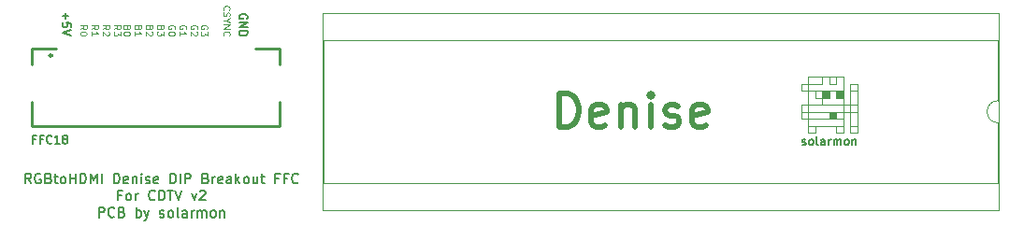
<source format=gbr>
G04 #@! TF.GenerationSoftware,KiCad,Pcbnew,(5.1.12)-1*
G04 #@! TF.CreationDate,2021-12-09T22:35:20+00:00*
G04 #@! TF.ProjectId,RGBtoHDMI Amiga Denise DIP Breakout FFC - CDTV v2,52474274-6f48-4444-9d49-20416d696761,v2*
G04 #@! TF.SameCoordinates,Original*
G04 #@! TF.FileFunction,Legend,Top*
G04 #@! TF.FilePolarity,Positive*
%FSLAX46Y46*%
G04 Gerber Fmt 4.6, Leading zero omitted, Abs format (unit mm)*
G04 Created by KiCad (PCBNEW (5.1.12)-1) date 2021-12-09 22:35:20*
%MOMM*%
%LPD*%
G01*
G04 APERTURE LIST*
%ADD10C,0.500000*%
%ADD11C,0.187500*%
%ADD12C,0.100000*%
%ADD13C,0.150000*%
%ADD14C,0.120000*%
%ADD15C,0.254000*%
G04 APERTURE END LIST*
D10*
X123532142Y-79462142D02*
X123532142Y-76462142D01*
X124246428Y-76462142D01*
X124675000Y-76605000D01*
X124960714Y-76890714D01*
X125103571Y-77176428D01*
X125246428Y-77747857D01*
X125246428Y-78176428D01*
X125103571Y-78747857D01*
X124960714Y-79033571D01*
X124675000Y-79319285D01*
X124246428Y-79462142D01*
X123532142Y-79462142D01*
X127675000Y-79319285D02*
X127389285Y-79462142D01*
X126817857Y-79462142D01*
X126532142Y-79319285D01*
X126389285Y-79033571D01*
X126389285Y-77890714D01*
X126532142Y-77605000D01*
X126817857Y-77462142D01*
X127389285Y-77462142D01*
X127675000Y-77605000D01*
X127817857Y-77890714D01*
X127817857Y-78176428D01*
X126389285Y-78462142D01*
X129103571Y-77462142D02*
X129103571Y-79462142D01*
X129103571Y-77747857D02*
X129246428Y-77605000D01*
X129532142Y-77462142D01*
X129960714Y-77462142D01*
X130246428Y-77605000D01*
X130389285Y-77890714D01*
X130389285Y-79462142D01*
X131817857Y-79462142D02*
X131817857Y-77462142D01*
X131817857Y-76462142D02*
X131675000Y-76605000D01*
X131817857Y-76747857D01*
X131960714Y-76605000D01*
X131817857Y-76462142D01*
X131817857Y-76747857D01*
X133103571Y-79319285D02*
X133389285Y-79462142D01*
X133960714Y-79462142D01*
X134246428Y-79319285D01*
X134389285Y-79033571D01*
X134389285Y-78890714D01*
X134246428Y-78605000D01*
X133960714Y-78462142D01*
X133532142Y-78462142D01*
X133246428Y-78319285D01*
X133103571Y-78033571D01*
X133103571Y-77890714D01*
X133246428Y-77605000D01*
X133532142Y-77462142D01*
X133960714Y-77462142D01*
X134246428Y-77605000D01*
X136817857Y-79319285D02*
X136532142Y-79462142D01*
X135960714Y-79462142D01*
X135675000Y-79319285D01*
X135532142Y-79033571D01*
X135532142Y-77890714D01*
X135675000Y-77605000D01*
X135960714Y-77462142D01*
X136532142Y-77462142D01*
X136817857Y-77605000D01*
X136960714Y-77890714D01*
X136960714Y-78176428D01*
X135532142Y-78462142D01*
D11*
X75695857Y-84594642D02*
X75395857Y-84166071D01*
X75181571Y-84594642D02*
X75181571Y-83694642D01*
X75524428Y-83694642D01*
X75610142Y-83737500D01*
X75653000Y-83780357D01*
X75695857Y-83866071D01*
X75695857Y-83994642D01*
X75653000Y-84080357D01*
X75610142Y-84123214D01*
X75524428Y-84166071D01*
X75181571Y-84166071D01*
X76553000Y-83737500D02*
X76467285Y-83694642D01*
X76338714Y-83694642D01*
X76210142Y-83737500D01*
X76124428Y-83823214D01*
X76081571Y-83908928D01*
X76038714Y-84080357D01*
X76038714Y-84208928D01*
X76081571Y-84380357D01*
X76124428Y-84466071D01*
X76210142Y-84551785D01*
X76338714Y-84594642D01*
X76424428Y-84594642D01*
X76553000Y-84551785D01*
X76595857Y-84508928D01*
X76595857Y-84208928D01*
X76424428Y-84208928D01*
X77281571Y-84123214D02*
X77410142Y-84166071D01*
X77453000Y-84208928D01*
X77495857Y-84294642D01*
X77495857Y-84423214D01*
X77453000Y-84508928D01*
X77410142Y-84551785D01*
X77324428Y-84594642D01*
X76981571Y-84594642D01*
X76981571Y-83694642D01*
X77281571Y-83694642D01*
X77367285Y-83737500D01*
X77410142Y-83780357D01*
X77453000Y-83866071D01*
X77453000Y-83951785D01*
X77410142Y-84037500D01*
X77367285Y-84080357D01*
X77281571Y-84123214D01*
X76981571Y-84123214D01*
X77753000Y-83994642D02*
X78095857Y-83994642D01*
X77881571Y-83694642D02*
X77881571Y-84466071D01*
X77924428Y-84551785D01*
X78010142Y-84594642D01*
X78095857Y-84594642D01*
X78524428Y-84594642D02*
X78438714Y-84551785D01*
X78395857Y-84508928D01*
X78353000Y-84423214D01*
X78353000Y-84166071D01*
X78395857Y-84080357D01*
X78438714Y-84037500D01*
X78524428Y-83994642D01*
X78653000Y-83994642D01*
X78738714Y-84037500D01*
X78781571Y-84080357D01*
X78824428Y-84166071D01*
X78824428Y-84423214D01*
X78781571Y-84508928D01*
X78738714Y-84551785D01*
X78653000Y-84594642D01*
X78524428Y-84594642D01*
X79210142Y-84594642D02*
X79210142Y-83694642D01*
X79210142Y-84123214D02*
X79724428Y-84123214D01*
X79724428Y-84594642D02*
X79724428Y-83694642D01*
X80153000Y-84594642D02*
X80153000Y-83694642D01*
X80367285Y-83694642D01*
X80495857Y-83737500D01*
X80581571Y-83823214D01*
X80624428Y-83908928D01*
X80667285Y-84080357D01*
X80667285Y-84208928D01*
X80624428Y-84380357D01*
X80581571Y-84466071D01*
X80495857Y-84551785D01*
X80367285Y-84594642D01*
X80153000Y-84594642D01*
X81053000Y-84594642D02*
X81053000Y-83694642D01*
X81353000Y-84337500D01*
X81653000Y-83694642D01*
X81653000Y-84594642D01*
X82081571Y-84594642D02*
X82081571Y-83694642D01*
X83195857Y-84594642D02*
X83195857Y-83694642D01*
X83410142Y-83694642D01*
X83538714Y-83737500D01*
X83624428Y-83823214D01*
X83667285Y-83908928D01*
X83710142Y-84080357D01*
X83710142Y-84208928D01*
X83667285Y-84380357D01*
X83624428Y-84466071D01*
X83538714Y-84551785D01*
X83410142Y-84594642D01*
X83195857Y-84594642D01*
X84438714Y-84551785D02*
X84353000Y-84594642D01*
X84181571Y-84594642D01*
X84095857Y-84551785D01*
X84053000Y-84466071D01*
X84053000Y-84123214D01*
X84095857Y-84037500D01*
X84181571Y-83994642D01*
X84353000Y-83994642D01*
X84438714Y-84037500D01*
X84481571Y-84123214D01*
X84481571Y-84208928D01*
X84053000Y-84294642D01*
X84867285Y-83994642D02*
X84867285Y-84594642D01*
X84867285Y-84080357D02*
X84910142Y-84037500D01*
X84995857Y-83994642D01*
X85124428Y-83994642D01*
X85210142Y-84037500D01*
X85253000Y-84123214D01*
X85253000Y-84594642D01*
X85681571Y-84594642D02*
X85681571Y-83994642D01*
X85681571Y-83694642D02*
X85638714Y-83737500D01*
X85681571Y-83780357D01*
X85724428Y-83737500D01*
X85681571Y-83694642D01*
X85681571Y-83780357D01*
X86067285Y-84551785D02*
X86153000Y-84594642D01*
X86324428Y-84594642D01*
X86410142Y-84551785D01*
X86453000Y-84466071D01*
X86453000Y-84423214D01*
X86410142Y-84337500D01*
X86324428Y-84294642D01*
X86195857Y-84294642D01*
X86110142Y-84251785D01*
X86067285Y-84166071D01*
X86067285Y-84123214D01*
X86110142Y-84037500D01*
X86195857Y-83994642D01*
X86324428Y-83994642D01*
X86410142Y-84037500D01*
X87181571Y-84551785D02*
X87095857Y-84594642D01*
X86924428Y-84594642D01*
X86838714Y-84551785D01*
X86795857Y-84466071D01*
X86795857Y-84123214D01*
X86838714Y-84037500D01*
X86924428Y-83994642D01*
X87095857Y-83994642D01*
X87181571Y-84037500D01*
X87224428Y-84123214D01*
X87224428Y-84208928D01*
X86795857Y-84294642D01*
X88295857Y-84594642D02*
X88295857Y-83694642D01*
X88510142Y-83694642D01*
X88638714Y-83737500D01*
X88724428Y-83823214D01*
X88767285Y-83908928D01*
X88810142Y-84080357D01*
X88810142Y-84208928D01*
X88767285Y-84380357D01*
X88724428Y-84466071D01*
X88638714Y-84551785D01*
X88510142Y-84594642D01*
X88295857Y-84594642D01*
X89195857Y-84594642D02*
X89195857Y-83694642D01*
X89624428Y-84594642D02*
X89624428Y-83694642D01*
X89967285Y-83694642D01*
X90053000Y-83737500D01*
X90095857Y-83780357D01*
X90138714Y-83866071D01*
X90138714Y-83994642D01*
X90095857Y-84080357D01*
X90053000Y-84123214D01*
X89967285Y-84166071D01*
X89624428Y-84166071D01*
X91510142Y-84123214D02*
X91638714Y-84166071D01*
X91681571Y-84208928D01*
X91724428Y-84294642D01*
X91724428Y-84423214D01*
X91681571Y-84508928D01*
X91638714Y-84551785D01*
X91553000Y-84594642D01*
X91210142Y-84594642D01*
X91210142Y-83694642D01*
X91510142Y-83694642D01*
X91595857Y-83737500D01*
X91638714Y-83780357D01*
X91681571Y-83866071D01*
X91681571Y-83951785D01*
X91638714Y-84037500D01*
X91595857Y-84080357D01*
X91510142Y-84123214D01*
X91210142Y-84123214D01*
X92110142Y-84594642D02*
X92110142Y-83994642D01*
X92110142Y-84166071D02*
X92153000Y-84080357D01*
X92195857Y-84037500D01*
X92281571Y-83994642D01*
X92367285Y-83994642D01*
X93010142Y-84551785D02*
X92924428Y-84594642D01*
X92753000Y-84594642D01*
X92667285Y-84551785D01*
X92624428Y-84466071D01*
X92624428Y-84123214D01*
X92667285Y-84037500D01*
X92753000Y-83994642D01*
X92924428Y-83994642D01*
X93010142Y-84037500D01*
X93053000Y-84123214D01*
X93053000Y-84208928D01*
X92624428Y-84294642D01*
X93824428Y-84594642D02*
X93824428Y-84123214D01*
X93781571Y-84037500D01*
X93695857Y-83994642D01*
X93524428Y-83994642D01*
X93438714Y-84037500D01*
X93824428Y-84551785D02*
X93738714Y-84594642D01*
X93524428Y-84594642D01*
X93438714Y-84551785D01*
X93395857Y-84466071D01*
X93395857Y-84380357D01*
X93438714Y-84294642D01*
X93524428Y-84251785D01*
X93738714Y-84251785D01*
X93824428Y-84208928D01*
X94253000Y-84594642D02*
X94253000Y-83694642D01*
X94338714Y-84251785D02*
X94595857Y-84594642D01*
X94595857Y-83994642D02*
X94253000Y-84337500D01*
X95110142Y-84594642D02*
X95024428Y-84551785D01*
X94981571Y-84508928D01*
X94938714Y-84423214D01*
X94938714Y-84166071D01*
X94981571Y-84080357D01*
X95024428Y-84037500D01*
X95110142Y-83994642D01*
X95238714Y-83994642D01*
X95324428Y-84037500D01*
X95367285Y-84080357D01*
X95410142Y-84166071D01*
X95410142Y-84423214D01*
X95367285Y-84508928D01*
X95324428Y-84551785D01*
X95238714Y-84594642D01*
X95110142Y-84594642D01*
X96181571Y-83994642D02*
X96181571Y-84594642D01*
X95795857Y-83994642D02*
X95795857Y-84466071D01*
X95838714Y-84551785D01*
X95924428Y-84594642D01*
X96053000Y-84594642D01*
X96138714Y-84551785D01*
X96181571Y-84508928D01*
X96481571Y-83994642D02*
X96824428Y-83994642D01*
X96610142Y-83694642D02*
X96610142Y-84466071D01*
X96653000Y-84551785D01*
X96738714Y-84594642D01*
X96824428Y-84594642D01*
X98110142Y-84123214D02*
X97810142Y-84123214D01*
X97810142Y-84594642D02*
X97810142Y-83694642D01*
X98238714Y-83694642D01*
X98881571Y-84123214D02*
X98581571Y-84123214D01*
X98581571Y-84594642D02*
X98581571Y-83694642D01*
X99010142Y-83694642D01*
X99867285Y-84508928D02*
X99824428Y-84551785D01*
X99695857Y-84594642D01*
X99610142Y-84594642D01*
X99481571Y-84551785D01*
X99395857Y-84466071D01*
X99353000Y-84380357D01*
X99310142Y-84208928D01*
X99310142Y-84080357D01*
X99353000Y-83908928D01*
X99395857Y-83823214D01*
X99481571Y-83737500D01*
X99610142Y-83694642D01*
X99695857Y-83694642D01*
X99824428Y-83737500D01*
X99867285Y-83780357D01*
X83860142Y-85660714D02*
X83560142Y-85660714D01*
X83560142Y-86132142D02*
X83560142Y-85232142D01*
X83988714Y-85232142D01*
X84460142Y-86132142D02*
X84374428Y-86089285D01*
X84331571Y-86046428D01*
X84288714Y-85960714D01*
X84288714Y-85703571D01*
X84331571Y-85617857D01*
X84374428Y-85575000D01*
X84460142Y-85532142D01*
X84588714Y-85532142D01*
X84674428Y-85575000D01*
X84717285Y-85617857D01*
X84760142Y-85703571D01*
X84760142Y-85960714D01*
X84717285Y-86046428D01*
X84674428Y-86089285D01*
X84588714Y-86132142D01*
X84460142Y-86132142D01*
X85145857Y-86132142D02*
X85145857Y-85532142D01*
X85145857Y-85703571D02*
X85188714Y-85617857D01*
X85231571Y-85575000D01*
X85317285Y-85532142D01*
X85403000Y-85532142D01*
X86903000Y-86046428D02*
X86860142Y-86089285D01*
X86731571Y-86132142D01*
X86645857Y-86132142D01*
X86517285Y-86089285D01*
X86431571Y-86003571D01*
X86388714Y-85917857D01*
X86345857Y-85746428D01*
X86345857Y-85617857D01*
X86388714Y-85446428D01*
X86431571Y-85360714D01*
X86517285Y-85275000D01*
X86645857Y-85232142D01*
X86731571Y-85232142D01*
X86860142Y-85275000D01*
X86903000Y-85317857D01*
X87288714Y-86132142D02*
X87288714Y-85232142D01*
X87503000Y-85232142D01*
X87631571Y-85275000D01*
X87717285Y-85360714D01*
X87760142Y-85446428D01*
X87803000Y-85617857D01*
X87803000Y-85746428D01*
X87760142Y-85917857D01*
X87717285Y-86003571D01*
X87631571Y-86089285D01*
X87503000Y-86132142D01*
X87288714Y-86132142D01*
X88060142Y-85232142D02*
X88574428Y-85232142D01*
X88317285Y-86132142D02*
X88317285Y-85232142D01*
X88745857Y-85232142D02*
X89045857Y-86132142D01*
X89345857Y-85232142D01*
X90245857Y-85532142D02*
X90460142Y-86132142D01*
X90674428Y-85532142D01*
X90974428Y-85317857D02*
X91017285Y-85275000D01*
X91103000Y-85232142D01*
X91317285Y-85232142D01*
X91403000Y-85275000D01*
X91445857Y-85317857D01*
X91488714Y-85403571D01*
X91488714Y-85489285D01*
X91445857Y-85617857D01*
X90931571Y-86132142D01*
X91488714Y-86132142D01*
X81824428Y-87669642D02*
X81824428Y-86769642D01*
X82167285Y-86769642D01*
X82253000Y-86812500D01*
X82295857Y-86855357D01*
X82338714Y-86941071D01*
X82338714Y-87069642D01*
X82295857Y-87155357D01*
X82253000Y-87198214D01*
X82167285Y-87241071D01*
X81824428Y-87241071D01*
X83238714Y-87583928D02*
X83195857Y-87626785D01*
X83067285Y-87669642D01*
X82981571Y-87669642D01*
X82853000Y-87626785D01*
X82767285Y-87541071D01*
X82724428Y-87455357D01*
X82681571Y-87283928D01*
X82681571Y-87155357D01*
X82724428Y-86983928D01*
X82767285Y-86898214D01*
X82853000Y-86812500D01*
X82981571Y-86769642D01*
X83067285Y-86769642D01*
X83195857Y-86812500D01*
X83238714Y-86855357D01*
X83924428Y-87198214D02*
X84053000Y-87241071D01*
X84095857Y-87283928D01*
X84138714Y-87369642D01*
X84138714Y-87498214D01*
X84095857Y-87583928D01*
X84053000Y-87626785D01*
X83967285Y-87669642D01*
X83624428Y-87669642D01*
X83624428Y-86769642D01*
X83924428Y-86769642D01*
X84010142Y-86812500D01*
X84053000Y-86855357D01*
X84095857Y-86941071D01*
X84095857Y-87026785D01*
X84053000Y-87112500D01*
X84010142Y-87155357D01*
X83924428Y-87198214D01*
X83624428Y-87198214D01*
X85210142Y-87669642D02*
X85210142Y-86769642D01*
X85210142Y-87112500D02*
X85295857Y-87069642D01*
X85467285Y-87069642D01*
X85553000Y-87112500D01*
X85595857Y-87155357D01*
X85638714Y-87241071D01*
X85638714Y-87498214D01*
X85595857Y-87583928D01*
X85553000Y-87626785D01*
X85467285Y-87669642D01*
X85295857Y-87669642D01*
X85210142Y-87626785D01*
X85938714Y-87069642D02*
X86153000Y-87669642D01*
X86367285Y-87069642D02*
X86153000Y-87669642D01*
X86067285Y-87883928D01*
X86024428Y-87926785D01*
X85938714Y-87969642D01*
X87353000Y-87626785D02*
X87438714Y-87669642D01*
X87610142Y-87669642D01*
X87695857Y-87626785D01*
X87738714Y-87541071D01*
X87738714Y-87498214D01*
X87695857Y-87412500D01*
X87610142Y-87369642D01*
X87481571Y-87369642D01*
X87395857Y-87326785D01*
X87353000Y-87241071D01*
X87353000Y-87198214D01*
X87395857Y-87112500D01*
X87481571Y-87069642D01*
X87610142Y-87069642D01*
X87695857Y-87112500D01*
X88253000Y-87669642D02*
X88167285Y-87626785D01*
X88124428Y-87583928D01*
X88081571Y-87498214D01*
X88081571Y-87241071D01*
X88124428Y-87155357D01*
X88167285Y-87112500D01*
X88253000Y-87069642D01*
X88381571Y-87069642D01*
X88467285Y-87112500D01*
X88510142Y-87155357D01*
X88553000Y-87241071D01*
X88553000Y-87498214D01*
X88510142Y-87583928D01*
X88467285Y-87626785D01*
X88381571Y-87669642D01*
X88253000Y-87669642D01*
X89067285Y-87669642D02*
X88981571Y-87626785D01*
X88938714Y-87541071D01*
X88938714Y-86769642D01*
X89795857Y-87669642D02*
X89795857Y-87198214D01*
X89753000Y-87112500D01*
X89667285Y-87069642D01*
X89495857Y-87069642D01*
X89410142Y-87112500D01*
X89795857Y-87626785D02*
X89710142Y-87669642D01*
X89495857Y-87669642D01*
X89410142Y-87626785D01*
X89367285Y-87541071D01*
X89367285Y-87455357D01*
X89410142Y-87369642D01*
X89495857Y-87326785D01*
X89710142Y-87326785D01*
X89795857Y-87283928D01*
X90224428Y-87669642D02*
X90224428Y-87069642D01*
X90224428Y-87241071D02*
X90267285Y-87155357D01*
X90310142Y-87112500D01*
X90395857Y-87069642D01*
X90481571Y-87069642D01*
X90781571Y-87669642D02*
X90781571Y-87069642D01*
X90781571Y-87155357D02*
X90824428Y-87112500D01*
X90910142Y-87069642D01*
X91038714Y-87069642D01*
X91124428Y-87112500D01*
X91167285Y-87198214D01*
X91167285Y-87669642D01*
X91167285Y-87198214D02*
X91210142Y-87112500D01*
X91295857Y-87069642D01*
X91424428Y-87069642D01*
X91510142Y-87112500D01*
X91553000Y-87198214D01*
X91553000Y-87669642D01*
X92110142Y-87669642D02*
X92024428Y-87626785D01*
X91981571Y-87583928D01*
X91938714Y-87498214D01*
X91938714Y-87241071D01*
X91981571Y-87155357D01*
X92024428Y-87112500D01*
X92110142Y-87069642D01*
X92238714Y-87069642D01*
X92324428Y-87112500D01*
X92367285Y-87155357D01*
X92410142Y-87241071D01*
X92410142Y-87498214D01*
X92367285Y-87583928D01*
X92324428Y-87626785D01*
X92238714Y-87669642D01*
X92110142Y-87669642D01*
X92795857Y-87069642D02*
X92795857Y-87669642D01*
X92795857Y-87155357D02*
X92838714Y-87112500D01*
X92924428Y-87069642D01*
X93053000Y-87069642D01*
X93138714Y-87112500D01*
X93181571Y-87198214D01*
X93181571Y-87669642D01*
D12*
X82151571Y-70639000D02*
X82437285Y-70439000D01*
X82151571Y-70296142D02*
X82751571Y-70296142D01*
X82751571Y-70524714D01*
X82723000Y-70581857D01*
X82694428Y-70610428D01*
X82637285Y-70639000D01*
X82551571Y-70639000D01*
X82494428Y-70610428D01*
X82465857Y-70581857D01*
X82437285Y-70524714D01*
X82437285Y-70296142D01*
X82694428Y-70867571D02*
X82723000Y-70896142D01*
X82751571Y-70953285D01*
X82751571Y-71096142D01*
X82723000Y-71153285D01*
X82694428Y-71181857D01*
X82637285Y-71210428D01*
X82580142Y-71210428D01*
X82494428Y-71181857D01*
X82151571Y-70839000D01*
X82151571Y-71210428D01*
X83167571Y-70639000D02*
X83453285Y-70439000D01*
X83167571Y-70296142D02*
X83767571Y-70296142D01*
X83767571Y-70524714D01*
X83739000Y-70581857D01*
X83710428Y-70610428D01*
X83653285Y-70639000D01*
X83567571Y-70639000D01*
X83510428Y-70610428D01*
X83481857Y-70581857D01*
X83453285Y-70524714D01*
X83453285Y-70296142D01*
X83767571Y-70839000D02*
X83767571Y-71210428D01*
X83539000Y-71010428D01*
X83539000Y-71096142D01*
X83510428Y-71153285D01*
X83481857Y-71181857D01*
X83424714Y-71210428D01*
X83281857Y-71210428D01*
X83224714Y-71181857D01*
X83196142Y-71153285D01*
X83167571Y-71096142D01*
X83167571Y-70924714D01*
X83196142Y-70867571D01*
X83224714Y-70839000D01*
X80119571Y-70639000D02*
X80405285Y-70439000D01*
X80119571Y-70296142D02*
X80719571Y-70296142D01*
X80719571Y-70524714D01*
X80691000Y-70581857D01*
X80662428Y-70610428D01*
X80605285Y-70639000D01*
X80519571Y-70639000D01*
X80462428Y-70610428D01*
X80433857Y-70581857D01*
X80405285Y-70524714D01*
X80405285Y-70296142D01*
X80719571Y-71010428D02*
X80719571Y-71067571D01*
X80691000Y-71124714D01*
X80662428Y-71153285D01*
X80605285Y-71181857D01*
X80491000Y-71210428D01*
X80348142Y-71210428D01*
X80233857Y-71181857D01*
X80176714Y-71153285D01*
X80148142Y-71124714D01*
X80119571Y-71067571D01*
X80119571Y-71010428D01*
X80148142Y-70953285D01*
X80176714Y-70924714D01*
X80233857Y-70896142D01*
X80348142Y-70867571D01*
X80491000Y-70867571D01*
X80605285Y-70896142D01*
X80662428Y-70924714D01*
X80691000Y-70953285D01*
X80719571Y-71010428D01*
X81135571Y-70639000D02*
X81421285Y-70439000D01*
X81135571Y-70296142D02*
X81735571Y-70296142D01*
X81735571Y-70524714D01*
X81707000Y-70581857D01*
X81678428Y-70610428D01*
X81621285Y-70639000D01*
X81535571Y-70639000D01*
X81478428Y-70610428D01*
X81449857Y-70581857D01*
X81421285Y-70524714D01*
X81421285Y-70296142D01*
X81135571Y-71210428D02*
X81135571Y-70867571D01*
X81135571Y-71039000D02*
X81735571Y-71039000D01*
X81649857Y-70981857D01*
X81592714Y-70924714D01*
X81564142Y-70867571D01*
X87418857Y-70496142D02*
X87390285Y-70581857D01*
X87361714Y-70610428D01*
X87304571Y-70639000D01*
X87218857Y-70639000D01*
X87161714Y-70610428D01*
X87133142Y-70581857D01*
X87104571Y-70524714D01*
X87104571Y-70296142D01*
X87704571Y-70296142D01*
X87704571Y-70496142D01*
X87676000Y-70553285D01*
X87647428Y-70581857D01*
X87590285Y-70610428D01*
X87533142Y-70610428D01*
X87476000Y-70581857D01*
X87447428Y-70553285D01*
X87418857Y-70496142D01*
X87418857Y-70296142D01*
X87704571Y-70839000D02*
X87704571Y-71210428D01*
X87476000Y-71010428D01*
X87476000Y-71096142D01*
X87447428Y-71153285D01*
X87418857Y-71181857D01*
X87361714Y-71210428D01*
X87218857Y-71210428D01*
X87161714Y-71181857D01*
X87133142Y-71153285D01*
X87104571Y-71096142D01*
X87104571Y-70924714D01*
X87133142Y-70867571D01*
X87161714Y-70839000D01*
X86402857Y-70496142D02*
X86374285Y-70581857D01*
X86345714Y-70610428D01*
X86288571Y-70639000D01*
X86202857Y-70639000D01*
X86145714Y-70610428D01*
X86117142Y-70581857D01*
X86088571Y-70524714D01*
X86088571Y-70296142D01*
X86688571Y-70296142D01*
X86688571Y-70496142D01*
X86660000Y-70553285D01*
X86631428Y-70581857D01*
X86574285Y-70610428D01*
X86517142Y-70610428D01*
X86460000Y-70581857D01*
X86431428Y-70553285D01*
X86402857Y-70496142D01*
X86402857Y-70296142D01*
X86631428Y-70867571D02*
X86660000Y-70896142D01*
X86688571Y-70953285D01*
X86688571Y-71096142D01*
X86660000Y-71153285D01*
X86631428Y-71181857D01*
X86574285Y-71210428D01*
X86517142Y-71210428D01*
X86431428Y-71181857D01*
X86088571Y-70839000D01*
X86088571Y-71210428D01*
X85386857Y-70496142D02*
X85358285Y-70581857D01*
X85329714Y-70610428D01*
X85272571Y-70639000D01*
X85186857Y-70639000D01*
X85129714Y-70610428D01*
X85101142Y-70581857D01*
X85072571Y-70524714D01*
X85072571Y-70296142D01*
X85672571Y-70296142D01*
X85672571Y-70496142D01*
X85644000Y-70553285D01*
X85615428Y-70581857D01*
X85558285Y-70610428D01*
X85501142Y-70610428D01*
X85444000Y-70581857D01*
X85415428Y-70553285D01*
X85386857Y-70496142D01*
X85386857Y-70296142D01*
X85072571Y-71210428D02*
X85072571Y-70867571D01*
X85072571Y-71039000D02*
X85672571Y-71039000D01*
X85586857Y-70981857D01*
X85529714Y-70924714D01*
X85501142Y-70867571D01*
X84370857Y-70496142D02*
X84342285Y-70581857D01*
X84313714Y-70610428D01*
X84256571Y-70639000D01*
X84170857Y-70639000D01*
X84113714Y-70610428D01*
X84085142Y-70581857D01*
X84056571Y-70524714D01*
X84056571Y-70296142D01*
X84656571Y-70296142D01*
X84656571Y-70496142D01*
X84628000Y-70553285D01*
X84599428Y-70581857D01*
X84542285Y-70610428D01*
X84485142Y-70610428D01*
X84428000Y-70581857D01*
X84399428Y-70553285D01*
X84370857Y-70496142D01*
X84370857Y-70296142D01*
X84656571Y-71010428D02*
X84656571Y-71067571D01*
X84628000Y-71124714D01*
X84599428Y-71153285D01*
X84542285Y-71181857D01*
X84428000Y-71210428D01*
X84285142Y-71210428D01*
X84170857Y-71181857D01*
X84113714Y-71153285D01*
X84085142Y-71124714D01*
X84056571Y-71067571D01*
X84056571Y-71010428D01*
X84085142Y-70953285D01*
X84113714Y-70924714D01*
X84170857Y-70896142D01*
X84285142Y-70867571D01*
X84428000Y-70867571D01*
X84542285Y-70896142D01*
X84599428Y-70924714D01*
X84628000Y-70953285D01*
X84656571Y-71010428D01*
X88692000Y-70610428D02*
X88720571Y-70553285D01*
X88720571Y-70467571D01*
X88692000Y-70381857D01*
X88634857Y-70324714D01*
X88577714Y-70296142D01*
X88463428Y-70267571D01*
X88377714Y-70267571D01*
X88263428Y-70296142D01*
X88206285Y-70324714D01*
X88149142Y-70381857D01*
X88120571Y-70467571D01*
X88120571Y-70524714D01*
X88149142Y-70610428D01*
X88177714Y-70639000D01*
X88377714Y-70639000D01*
X88377714Y-70524714D01*
X88720571Y-71010428D02*
X88720571Y-71067571D01*
X88692000Y-71124714D01*
X88663428Y-71153285D01*
X88606285Y-71181857D01*
X88492000Y-71210428D01*
X88349142Y-71210428D01*
X88234857Y-71181857D01*
X88177714Y-71153285D01*
X88149142Y-71124714D01*
X88120571Y-71067571D01*
X88120571Y-71010428D01*
X88149142Y-70953285D01*
X88177714Y-70924714D01*
X88234857Y-70896142D01*
X88349142Y-70867571D01*
X88492000Y-70867571D01*
X88606285Y-70896142D01*
X88663428Y-70924714D01*
X88692000Y-70953285D01*
X88720571Y-71010428D01*
X89708000Y-70610428D02*
X89736571Y-70553285D01*
X89736571Y-70467571D01*
X89708000Y-70381857D01*
X89650857Y-70324714D01*
X89593714Y-70296142D01*
X89479428Y-70267571D01*
X89393714Y-70267571D01*
X89279428Y-70296142D01*
X89222285Y-70324714D01*
X89165142Y-70381857D01*
X89136571Y-70467571D01*
X89136571Y-70524714D01*
X89165142Y-70610428D01*
X89193714Y-70639000D01*
X89393714Y-70639000D01*
X89393714Y-70524714D01*
X89136571Y-71210428D02*
X89136571Y-70867571D01*
X89136571Y-71039000D02*
X89736571Y-71039000D01*
X89650857Y-70981857D01*
X89593714Y-70924714D01*
X89565142Y-70867571D01*
X90724000Y-70610428D02*
X90752571Y-70553285D01*
X90752571Y-70467571D01*
X90724000Y-70381857D01*
X90666857Y-70324714D01*
X90609714Y-70296142D01*
X90495428Y-70267571D01*
X90409714Y-70267571D01*
X90295428Y-70296142D01*
X90238285Y-70324714D01*
X90181142Y-70381857D01*
X90152571Y-70467571D01*
X90152571Y-70524714D01*
X90181142Y-70610428D01*
X90209714Y-70639000D01*
X90409714Y-70639000D01*
X90409714Y-70524714D01*
X90695428Y-70867571D02*
X90724000Y-70896142D01*
X90752571Y-70953285D01*
X90752571Y-71096142D01*
X90724000Y-71153285D01*
X90695428Y-71181857D01*
X90638285Y-71210428D01*
X90581142Y-71210428D01*
X90495428Y-71181857D01*
X90152571Y-70839000D01*
X90152571Y-71210428D01*
X91613000Y-70610428D02*
X91641571Y-70553285D01*
X91641571Y-70467571D01*
X91613000Y-70381857D01*
X91555857Y-70324714D01*
X91498714Y-70296142D01*
X91384428Y-70267571D01*
X91298714Y-70267571D01*
X91184428Y-70296142D01*
X91127285Y-70324714D01*
X91070142Y-70381857D01*
X91041571Y-70467571D01*
X91041571Y-70524714D01*
X91070142Y-70610428D01*
X91098714Y-70639000D01*
X91298714Y-70639000D01*
X91298714Y-70524714D01*
X91641571Y-70839000D02*
X91641571Y-71210428D01*
X91413000Y-71010428D01*
X91413000Y-71096142D01*
X91384428Y-71153285D01*
X91355857Y-71181857D01*
X91298714Y-71210428D01*
X91155857Y-71210428D01*
X91098714Y-71181857D01*
X91070142Y-71153285D01*
X91041571Y-71096142D01*
X91041571Y-70924714D01*
X91070142Y-70867571D01*
X91098714Y-70839000D01*
X93130714Y-68878571D02*
X93102142Y-68850000D01*
X93073571Y-68764285D01*
X93073571Y-68707142D01*
X93102142Y-68621428D01*
X93159285Y-68564285D01*
X93216428Y-68535714D01*
X93330714Y-68507142D01*
X93416428Y-68507142D01*
X93530714Y-68535714D01*
X93587857Y-68564285D01*
X93645000Y-68621428D01*
X93673571Y-68707142D01*
X93673571Y-68764285D01*
X93645000Y-68850000D01*
X93616428Y-68878571D01*
X93102142Y-69107142D02*
X93073571Y-69192857D01*
X93073571Y-69335714D01*
X93102142Y-69392857D01*
X93130714Y-69421428D01*
X93187857Y-69450000D01*
X93245000Y-69450000D01*
X93302142Y-69421428D01*
X93330714Y-69392857D01*
X93359285Y-69335714D01*
X93387857Y-69221428D01*
X93416428Y-69164285D01*
X93445000Y-69135714D01*
X93502142Y-69107142D01*
X93559285Y-69107142D01*
X93616428Y-69135714D01*
X93645000Y-69164285D01*
X93673571Y-69221428D01*
X93673571Y-69364285D01*
X93645000Y-69450000D01*
X93359285Y-69821428D02*
X93073571Y-69821428D01*
X93673571Y-69621428D02*
X93359285Y-69821428D01*
X93673571Y-70021428D01*
X93073571Y-70221428D02*
X93673571Y-70221428D01*
X93073571Y-70564285D01*
X93673571Y-70564285D01*
X93130714Y-71192857D02*
X93102142Y-71164285D01*
X93073571Y-71078571D01*
X93073571Y-71021428D01*
X93102142Y-70935714D01*
X93159285Y-70878571D01*
X93216428Y-70850000D01*
X93330714Y-70821428D01*
X93416428Y-70821428D01*
X93530714Y-70850000D01*
X93587857Y-70878571D01*
X93645000Y-70935714D01*
X93673571Y-71021428D01*
X93673571Y-71078571D01*
X93645000Y-71164285D01*
X93616428Y-71192857D01*
D13*
X95244000Y-69659571D02*
X95279714Y-69588142D01*
X95279714Y-69481000D01*
X95244000Y-69373857D01*
X95172571Y-69302428D01*
X95101142Y-69266714D01*
X94958285Y-69231000D01*
X94851142Y-69231000D01*
X94708285Y-69266714D01*
X94636857Y-69302428D01*
X94565428Y-69373857D01*
X94529714Y-69481000D01*
X94529714Y-69552428D01*
X94565428Y-69659571D01*
X94601142Y-69695285D01*
X94851142Y-69695285D01*
X94851142Y-69552428D01*
X94529714Y-70016714D02*
X95279714Y-70016714D01*
X94529714Y-70445285D01*
X95279714Y-70445285D01*
X94529714Y-70802428D02*
X95279714Y-70802428D01*
X95279714Y-70981000D01*
X95244000Y-71088142D01*
X95172571Y-71159571D01*
X95101142Y-71195285D01*
X94958285Y-71231000D01*
X94851142Y-71231000D01*
X94708285Y-71195285D01*
X94636857Y-71159571D01*
X94565428Y-71088142D01*
X94529714Y-70981000D01*
X94529714Y-70802428D01*
X78813428Y-69139714D02*
X78813428Y-69711142D01*
X78527714Y-69425428D02*
X79099142Y-69425428D01*
X79277714Y-70425428D02*
X79277714Y-70068285D01*
X78920571Y-70032571D01*
X78956285Y-70068285D01*
X78992000Y-70139714D01*
X78992000Y-70318285D01*
X78956285Y-70389714D01*
X78920571Y-70425428D01*
X78849142Y-70461142D01*
X78670571Y-70461142D01*
X78599142Y-70425428D01*
X78563428Y-70389714D01*
X78527714Y-70318285D01*
X78527714Y-70139714D01*
X78563428Y-70068285D01*
X78599142Y-70032571D01*
X79277714Y-70675428D02*
X78527714Y-70925428D01*
X79277714Y-71175428D01*
D12*
X145415000Y-75565000D02*
X147320000Y-75565000D01*
X146050000Y-74930000D02*
X146050000Y-80010000D01*
X149225000Y-76200000D02*
X145415000Y-76200000D01*
X145415000Y-76200000D02*
X145415000Y-75565000D01*
X146050000Y-74930000D02*
X149225000Y-74930000D01*
X147320000Y-74930000D02*
X147320000Y-75565000D01*
X147955000Y-74930000D02*
X147955000Y-75565000D01*
X147955000Y-75565000D02*
X148590000Y-75565000D01*
X148590000Y-74930000D02*
X148590000Y-75565000D01*
X149225000Y-74930000D02*
X149225000Y-80010000D01*
X146685000Y-76200000D02*
X146685000Y-76835000D01*
X146685000Y-76835000D02*
X147955000Y-76835000D01*
X147320000Y-76200000D02*
X147320000Y-77470000D01*
X147955000Y-76200000D02*
X147955000Y-76835000D01*
X148590000Y-76200000D02*
X148590000Y-76835000D01*
X145415000Y-77470000D02*
X150495000Y-77470000D01*
X145415000Y-78740000D02*
X145415000Y-77470000D01*
X145415000Y-78105000D02*
X150495000Y-78105000D01*
X145415000Y-78740000D02*
X149225000Y-78740000D01*
X146050000Y-79375000D02*
X149225000Y-79375000D01*
X146685000Y-79375000D02*
X146685000Y-80010000D01*
X148590000Y-79375000D02*
X148590000Y-80010000D01*
X146050000Y-80010000D02*
X146685000Y-80010000D01*
X148590000Y-80010000D02*
X149225000Y-80010000D01*
X149860000Y-80010000D02*
X150495000Y-80010000D01*
X149860000Y-75565000D02*
X149860000Y-80010000D01*
X150495000Y-75565000D02*
X150495000Y-80010000D01*
X149860000Y-75565000D02*
X150495000Y-75565000D01*
X149860000Y-76200000D02*
X150495000Y-76200000D01*
X149860000Y-79375000D02*
X150495000Y-79375000D01*
X147955000Y-78105000D02*
X147955000Y-78740000D01*
X148590000Y-78105000D02*
X148590000Y-78740000D01*
G36*
X147955000Y-76835000D02*
G01*
X147320000Y-76835000D01*
X147320000Y-76200000D01*
X147955000Y-76200000D01*
X147955000Y-76835000D01*
G37*
X147955000Y-76835000D02*
X147320000Y-76835000D01*
X147320000Y-76200000D01*
X147955000Y-76200000D01*
X147955000Y-76835000D01*
G36*
X149225000Y-76835000D02*
G01*
X148590000Y-76835000D01*
X148590000Y-76200000D01*
X149225000Y-76200000D01*
X149225000Y-76835000D01*
G37*
X149225000Y-76835000D02*
X148590000Y-76835000D01*
X148590000Y-76200000D01*
X149225000Y-76200000D01*
X149225000Y-76835000D01*
G36*
X148590000Y-78740000D02*
G01*
X147955000Y-78740000D01*
X147955000Y-78105000D01*
X148590000Y-78105000D01*
X148590000Y-78740000D01*
G37*
X148590000Y-78740000D02*
X147955000Y-78740000D01*
X147955000Y-78105000D01*
X148590000Y-78105000D01*
X148590000Y-78740000D01*
X148590000Y-76835000D02*
X149225000Y-76835000D01*
D14*
X163255000Y-79105000D02*
G75*
G02*
X163255000Y-77105000I0J1000000D01*
G01*
X163315000Y-87055000D02*
X163315000Y-69155000D01*
X102115000Y-87055000D02*
X163315000Y-87055000D01*
X102115000Y-69155000D02*
X102115000Y-87055000D01*
X163315000Y-69155000D02*
X102115000Y-69155000D01*
X163255000Y-84565000D02*
X163255000Y-79105000D01*
X102175000Y-84565000D02*
X163255000Y-84565000D01*
X102175000Y-71645000D02*
X102175000Y-84565000D01*
X163255000Y-71645000D02*
X102175000Y-71645000D01*
X163255000Y-77105000D02*
X163255000Y-71645000D01*
D15*
X98235000Y-73789000D02*
X98235000Y-72390000D01*
X98235000Y-72390000D02*
X96026000Y-72390000D01*
X98235000Y-79375000D02*
X98235000Y-77251000D01*
X75755000Y-79375000D02*
X98235000Y-79375000D01*
X75755000Y-72390000D02*
X77964000Y-72390000D01*
X75755000Y-77251000D02*
X75755000Y-79375000D01*
X75755000Y-72390000D02*
X75755000Y-73789000D01*
X77597000Y-73025000D02*
G75*
G03*
X77597000Y-73025000I-127000J0D01*
G01*
D13*
X145508571Y-81075571D02*
X145580000Y-81111285D01*
X145722857Y-81111285D01*
X145794285Y-81075571D01*
X145830000Y-81004142D01*
X145830000Y-80968428D01*
X145794285Y-80897000D01*
X145722857Y-80861285D01*
X145615714Y-80861285D01*
X145544285Y-80825571D01*
X145508571Y-80754142D01*
X145508571Y-80718428D01*
X145544285Y-80647000D01*
X145615714Y-80611285D01*
X145722857Y-80611285D01*
X145794285Y-80647000D01*
X146258571Y-81111285D02*
X146187142Y-81075571D01*
X146151428Y-81039857D01*
X146115714Y-80968428D01*
X146115714Y-80754142D01*
X146151428Y-80682714D01*
X146187142Y-80647000D01*
X146258571Y-80611285D01*
X146365714Y-80611285D01*
X146437142Y-80647000D01*
X146472857Y-80682714D01*
X146508571Y-80754142D01*
X146508571Y-80968428D01*
X146472857Y-81039857D01*
X146437142Y-81075571D01*
X146365714Y-81111285D01*
X146258571Y-81111285D01*
X146937142Y-81111285D02*
X146865714Y-81075571D01*
X146830000Y-81004142D01*
X146830000Y-80361285D01*
X147544285Y-81111285D02*
X147544285Y-80718428D01*
X147508571Y-80647000D01*
X147437142Y-80611285D01*
X147294285Y-80611285D01*
X147222857Y-80647000D01*
X147544285Y-81075571D02*
X147472857Y-81111285D01*
X147294285Y-81111285D01*
X147222857Y-81075571D01*
X147187142Y-81004142D01*
X147187142Y-80932714D01*
X147222857Y-80861285D01*
X147294285Y-80825571D01*
X147472857Y-80825571D01*
X147544285Y-80789857D01*
X147901428Y-81111285D02*
X147901428Y-80611285D01*
X147901428Y-80754142D02*
X147937142Y-80682714D01*
X147972857Y-80647000D01*
X148044285Y-80611285D01*
X148115714Y-80611285D01*
X148365714Y-81111285D02*
X148365714Y-80611285D01*
X148365714Y-80682714D02*
X148401428Y-80647000D01*
X148472857Y-80611285D01*
X148580000Y-80611285D01*
X148651428Y-80647000D01*
X148687142Y-80718428D01*
X148687142Y-81111285D01*
X148687142Y-80718428D02*
X148722857Y-80647000D01*
X148794285Y-80611285D01*
X148901428Y-80611285D01*
X148972857Y-80647000D01*
X149008571Y-80718428D01*
X149008571Y-81111285D01*
X149472857Y-81111285D02*
X149401428Y-81075571D01*
X149365714Y-81039857D01*
X149330000Y-80968428D01*
X149330000Y-80754142D01*
X149365714Y-80682714D01*
X149401428Y-80647000D01*
X149472857Y-80611285D01*
X149580000Y-80611285D01*
X149651428Y-80647000D01*
X149687142Y-80682714D01*
X149722857Y-80754142D01*
X149722857Y-80968428D01*
X149687142Y-81039857D01*
X149651428Y-81075571D01*
X149580000Y-81111285D01*
X149472857Y-81111285D01*
X150044285Y-80611285D02*
X150044285Y-81111285D01*
X150044285Y-80682714D02*
X150080000Y-80647000D01*
X150151428Y-80611285D01*
X150258571Y-80611285D01*
X150330000Y-80647000D01*
X150365714Y-80718428D01*
X150365714Y-81111285D01*
X76091071Y-80591428D02*
X75841071Y-80591428D01*
X75841071Y-80984285D02*
X75841071Y-80234285D01*
X76198214Y-80234285D01*
X76733928Y-80591428D02*
X76483928Y-80591428D01*
X76483928Y-80984285D02*
X76483928Y-80234285D01*
X76841071Y-80234285D01*
X77555357Y-80912857D02*
X77519642Y-80948571D01*
X77412500Y-80984285D01*
X77341071Y-80984285D01*
X77233928Y-80948571D01*
X77162500Y-80877142D01*
X77126785Y-80805714D01*
X77091071Y-80662857D01*
X77091071Y-80555714D01*
X77126785Y-80412857D01*
X77162500Y-80341428D01*
X77233928Y-80270000D01*
X77341071Y-80234285D01*
X77412500Y-80234285D01*
X77519642Y-80270000D01*
X77555357Y-80305714D01*
X78269642Y-80984285D02*
X77841071Y-80984285D01*
X78055357Y-80984285D02*
X78055357Y-80234285D01*
X77983928Y-80341428D01*
X77912500Y-80412857D01*
X77841071Y-80448571D01*
X78698214Y-80555714D02*
X78626785Y-80520000D01*
X78591071Y-80484285D01*
X78555357Y-80412857D01*
X78555357Y-80377142D01*
X78591071Y-80305714D01*
X78626785Y-80270000D01*
X78698214Y-80234285D01*
X78841071Y-80234285D01*
X78912500Y-80270000D01*
X78948214Y-80305714D01*
X78983928Y-80377142D01*
X78983928Y-80412857D01*
X78948214Y-80484285D01*
X78912500Y-80520000D01*
X78841071Y-80555714D01*
X78698214Y-80555714D01*
X78626785Y-80591428D01*
X78591071Y-80627142D01*
X78555357Y-80698571D01*
X78555357Y-80841428D01*
X78591071Y-80912857D01*
X78626785Y-80948571D01*
X78698214Y-80984285D01*
X78841071Y-80984285D01*
X78912500Y-80948571D01*
X78948214Y-80912857D01*
X78983928Y-80841428D01*
X78983928Y-80698571D01*
X78948214Y-80627142D01*
X78912500Y-80591428D01*
X78841071Y-80555714D01*
M02*

</source>
